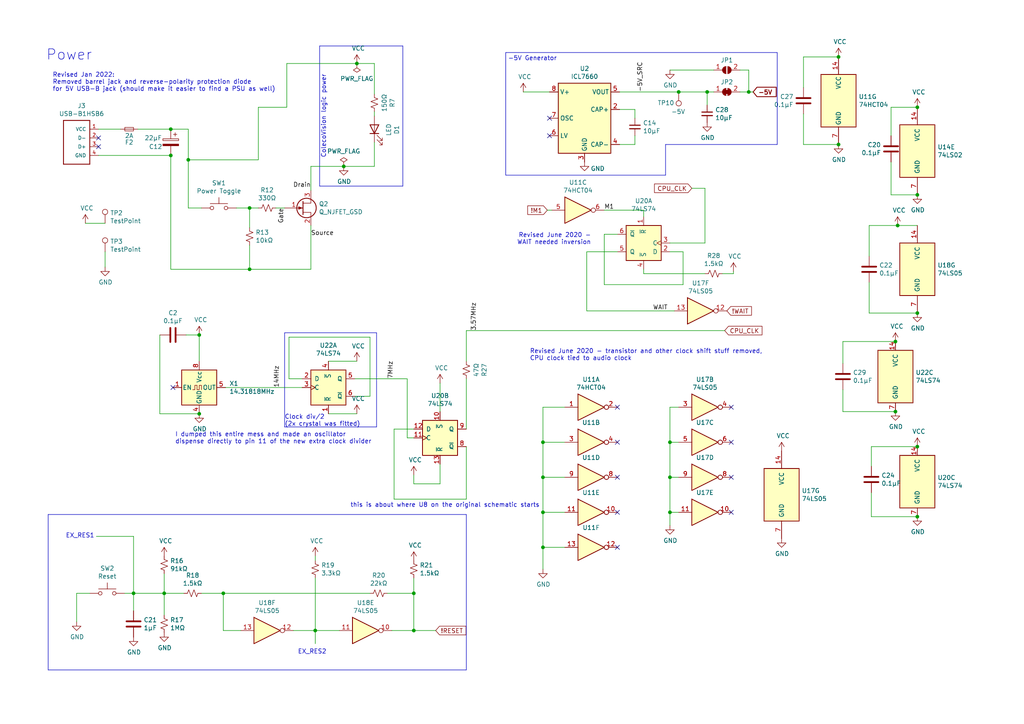
<source format=kicad_sch>
(kicad_sch (version 20230121) (generator eeschema)
  (paper "A4")
  (lib_symbols
    (symbol "74xx:74LS02" (pin_names (offset 1.016))
      (property "Reference" "U" (at 0 1.27 0))
      (property "Value" "74LS02" (at 0 -1.27 0))
      (symbol "74LS02_1_1"
        (pin output inverted (at 7.62 0 180) (length 3.81) (name "~") (number "1"))
        (pin input line (at -7.62 2.54 0) (length 4.318) (name "~") (number "2"))
        (pin input line (at -7.62 -2.54 0) (length 4.318) (name "~") (number "3"))
      )
      (symbol "74LS02_1_2"
        (pin output line (at 7.62 0 180) (length 3.81) (name "~") (number "1"))
        (pin input inverted (at -7.62 2.54 0) (length 3.81) (name "~") (number "2"))
        (pin input inverted (at -7.62 -2.54 0) (length 3.81) (name "~") (number "3"))
      )
      (symbol "74LS02_2_1"
        (pin output inverted (at 7.62 0 180) (length 3.81) (name "~") (number "4"))
        (pin input line (at -7.62 2.54 0) (length 4.318) (name "~") (number "5"))
        (pin input line (at -7.62 -2.54 0) (length 4.318) (name "~") (number "6"))
      )
      (symbol "74LS02_2_2"
        (pin output line (at 7.62 0 180) (length 3.81) (name "~") (number "4"))
        (pin input inverted (at -7.62 2.54 0) (length 3.81) (name "~") (number "5"))
        (pin input inverted (at -7.62 -2.54 0) (length 3.81) (name "~") (number "6"))
      )
      (symbol "74LS02_3_1"
        (pin output inverted (at 7.62 0 180) (length 3.81) (name "~") (number "10"))
        (pin input line (at -7.62 2.54 0) (length 4.318) (name "~") (number "8"))
        (pin input line (at -7.62 -2.54 0) (length 4.318) (name "~") (number "9"))
      )
      (symbol "74LS02_3_2"
        (pin output line (at 7.62 0 180) (length 3.81) (name "~") (number "10"))
        (pin input inverted (at -7.62 2.54 0) (length 3.81) (name "~") (number "8"))
        (pin input inverted (at -7.62 -2.54 0) (length 3.81) (name "~") (number "9"))
      )
      (symbol "74LS02_4_1"
        (pin input line (at -7.62 2.54 0) (length 4.318) (name "~") (number "11"))
        (pin input line (at -7.62 -2.54 0) (length 4.318) (name "~") (number "12"))
        (pin output inverted (at 7.62 0 180) (length 3.81) (name "~") (number "13"))
      )
      (symbol "74LS02_4_2"
        (pin input inverted (at -7.62 2.54 0) (length 3.81) (name "~") (number "11"))
        (pin input inverted (at -7.62 -2.54 0) (length 3.81) (name "~") (number "12"))
        (pin output line (at 7.62 0 180) (length 3.81) (name "~") (number "13"))
      )
      (symbol "74LS02_5_0"
        (pin power_in line (at 0 12.7 270) (length 5.08) (name "VCC") (number "14"))
        (pin power_in line (at 0 -12.7 90) (length 5.08) (name "GND") (number "7"))
      )
    )
    (symbol "74xx:74LS04"
      (property "Reference" "U" (at 0 1.27 0))
      (property "Value" "74LS04" (at 0 -1.27 0))
      (symbol "74LS04_1_0"
        (pin input line (at -7.62 0 0) (length 3.81) (name "~") (number "1"))
        (pin output inverted (at 7.62 0 180) (length 3.81) (name "~") (number "2"))
      )
      (symbol "74LS04_2_0"
        (pin input line (at -7.62 0 0) (length 3.81) (name "~") (number "3"))
        (pin output inverted (at 7.62 0 180) (length 3.81) (name "~") (number "4"))
      )
      (symbol "74LS04_3_0"
        (pin input line (at -7.62 0 0) (length 3.81) (name "~") (number "5"))
        (pin output inverted (at 7.62 0 180) (length 3.81) (name "~") (number "6"))
      )
      (symbol "74LS04_4_0"
        (pin output inverted (at 7.62 0 180) (length 3.81) (name "~") (number "8"))
        (pin input line (at -7.62 0 0) (length 3.81) (name "~") (number "9"))
      )
      (symbol "74LS04_5_0"
        (pin output inverted (at 7.62 0 180) (length 3.81) (name "~") (number "10"))
        (pin input line (at -7.62 0 0) (length 3.81) (name "~") (number "11"))
      )
      (symbol "74LS04_6_0"
        (pin output inverted (at 7.62 0 180) (length 3.81) (name "~") (number "12"))
        (pin input line (at -7.62 0 0) (length 3.81) (name "~") (number "13"))
      )
      (symbol "74LS04_7_0"
        (pin power_in line (at 0 12.7 270) (length 5.08) (name "VCC") (number "14"))
        (pin power_in line (at 0 -12.7 90) (length 5.08) (name "GND") (number "7"))
      )
    )
    (symbol "74xx:74LS05" (pin_names (offset 1.016))
      (property "Reference" "U" (at 0 1.27 0))
      (property "Value" "74LS05" (at 0 -1.27 0))
      (symbol "74LS05_1_0"
        (pin input line (at -7.62 0 0) (length 3.81) (name "~") (number "1"))
        (pin open_collector inverted (at 7.62 0 180) (length 3.81) (name "~") (number "2"))
      )
      (symbol "74LS05_2_0"
        (pin input line (at -7.62 0 0) (length 3.81) (name "~") (number "3"))
        (pin open_collector inverted (at 7.62 0 180) (length 3.81) (name "~") (number "4"))
      )
      (symbol "74LS05_3_0"
        (pin input line (at -7.62 0 0) (length 3.81) (name "~") (number "5"))
        (pin open_collector inverted (at 7.62 0 180) (length 3.81) (name "~") (number "6"))
      )
      (symbol "74LS05_4_0"
        (pin open_collector inverted (at 7.62 0 180) (length 3.81) (name "~") (number "8"))
        (pin input line (at -7.62 0 0) (length 3.81) (name "~") (number "9"))
      )
      (symbol "74LS05_5_0"
        (pin open_collector inverted (at 7.62 0 180) (length 3.81) (name "~") (number "10"))
        (pin input line (at -7.62 0 0) (length 3.81) (name "~") (number "11"))
      )
      (symbol "74LS05_6_0"
        (pin open_collector inverted (at 7.62 0 180) (length 3.81) (name "~") (number "12"))
        (pin input line (at -7.62 0 0) (length 3.81) (name "~") (number "13"))
      )
      (symbol "74LS05_7_0"
        (pin power_in line (at 0 12.7 270) (length 5.08) (name "VCC") (number "14"))
        (pin power_in line (at 0 -12.7 90) (length 5.08) (name "GND") (number "7"))
      )
    )
    (symbol "74xx:74LS74" (pin_names (offset 1.016))
      (property "Reference" "U" (at -7.62 8.89 0))
      (property "Value" "74LS74" (at -7.62 -8.89 0))
      (symbol "74LS74_1_0"
        (pin input line (at 0 -7.62 90) (length 2.54) (name "~{R}") (number "1"))
        (pin input line (at -7.62 2.54 0) (length 2.54) (name "D") (number "2"))
        (pin input clock (at -7.62 0 0) (length 2.54) (name "C") (number "3"))
        (pin input line (at 0 7.62 270) (length 2.54) (name "~{S}") (number "4"))
        (pin output line (at 7.62 2.54 180) (length 2.54) (name "Q") (number "5"))
        (pin output line (at 7.62 -2.54 180) (length 2.54) (name "~{Q}") (number "6"))
      )
      (symbol "74LS74_2_0"
        (pin input line (at 0 7.62 270) (length 2.54) (name "~{S}") (number "10"))
        (pin input clock (at -7.62 0 0) (length 2.54) (name "C") (number "11"))
        (pin input line (at -7.62 2.54 0) (length 2.54) (name "D") (number "12"))
        (pin input line (at 0 -7.62 90) (length 2.54) (name "~{R}") (number "13"))
        (pin output line (at 7.62 -2.54 180) (length 2.54) (name "~{Q}") (number "8"))
        (pin output line (at 7.62 2.54 180) (length 2.54) (name "Q") (number "9"))
      )
      (symbol "74LS74_3_0"
        (pin power_in line (at 0 10.16 270) (length 2.54) (name "VCC") (number "14"))
        (pin power_in line (at 0 -10.16 90) (length 2.54) (name "GND") (number "7"))
      )
    )
    (symbol "Connector:TestPoint" (pin_numbers hide) (pin_names (offset 0.762) hide)
      (property "Reference" "TP" (at 0 6.858 0))
      (property "Value" "TestPoint" (at 0 5.08 0))
      (symbol "TestPoint_1_1"
        (pin passive line (at 0 0 90) (length 2.54) (name "1") (number "1"))
      )
    )
    (symbol "Device:C" (pin_numbers hide) (pin_names (offset 0.254))
      (property "Reference" "C" (at 0.635 2.54 0))
      (property "Value" "C" (at 0.635 -2.54 0))
      (symbol "C_1_1"
        (pin passive line (at 0 3.81 270) (length 2.794) (name "~") (number "1"))
        (pin passive line (at 0 -3.81 90) (length 2.794) (name "~") (number "2"))
      )
    )
    (symbol "Device:CP" (pin_numbers hide) (pin_names (offset 0.254))
      (property "Reference" "C" (at 0.635 2.54 0))
      (property "Value" "Device_CP" (at 0.635 -2.54 0))
      (symbol "CP_1_1"
        (pin passive line (at 0 3.81 270) (length 2.794) (name "~") (number "1"))
        (pin passive line (at 0 -3.81 90) (length 2.794) (name "~") (number "2"))
      )
    )
    (symbol "Device:C_Small" (pin_numbers hide) (pin_names (offset 0.254) hide)
      (property "Reference" "C" (at 0.254 1.778 0))
      (property "Value" "C_Small" (at 0.254 -2.032 0))
      (symbol "C_Small_1_1"
        (pin passive line (at 0 2.54 270) (length 2.032) (name "~") (number "1"))
        (pin passive line (at 0 -2.54 90) (length 2.032) (name "~") (number "2"))
      )
    )
    (symbol "Device:Fuse_Small" (pin_numbers hide) (pin_names (offset 0.254) hide)
      (property "Reference" "F" (at 0 -1.524 0))
      (property "Value" "Fuse_Small" (at 0 1.524 0))
      (symbol "Fuse_Small_1_1"
        (pin passive line (at -2.54 0 0) (length 1.27) (name "~") (number "1"))
        (pin passive line (at 2.54 0 180) (length 1.27) (name "~") (number "2"))
      )
    )
    (symbol "Device:LED" (pin_numbers hide) (pin_names (offset 1.016) hide)
      (property "Reference" "D" (at 0 2.54 0))
      (property "Value" "LED" (at 0 -2.54 0))
      (symbol "LED_1_1"
        (pin passive line (at -3.81 0 0) (length 2.54) (name "K") (number "1"))
        (pin passive line (at 3.81 0 180) (length 2.54) (name "A") (number "2"))
      )
    )
    (symbol "Device:Q_NJFET_GSD" (pin_names (offset 0) hide)
      (property "Reference" "Q" (at 5.08 1.27 0))
      (property "Value" "Q_NJFET_GSD" (at 5.08 -1.27 0))
      (symbol "Q_NJFET_GSD_1_1"
        (pin input line (at -5.08 0 0) (length 5.334) (name "G") (number "1"))
        (pin passive line (at 2.54 -5.08 90) (length 2.54) (name "S") (number "2"))
        (pin passive line (at 2.54 5.08 270) (length 2.54) (name "D") (number "3"))
      )
    )
    (symbol "Device:R_Small_US" (pin_numbers hide) (pin_names (offset 0.254) hide)
      (property "Reference" "R" (at 0.762 0.508 0))
      (property "Value" "R_Small_US" (at 0.762 -1.016 0))
      (symbol "R_Small_US_1_1"
        (pin passive line (at 0 2.54 270) (length 1.016) (name "~") (number "1"))
        (pin passive line (at 0 -2.54 90) (length 1.016) (name "~") (number "2"))
      )
    )
    (symbol "Jumper:SolderJumper_2_Bridged" (pin_names (offset 0) hide)
      (property "Reference" "JP" (at 0 2.032 0))
      (property "Value" "SolderJumper_2_Bridged" (at 0 -2.54 0))
      (symbol "SolderJumper_2_Bridged_1_1"
        (pin passive line (at -3.81 0 0) (length 2.54) (name "A") (number "1"))
        (pin passive line (at 3.81 0 180) (length 2.54) (name "B") (number "2"))
      )
    )
    (symbol "Jumper:SolderJumper_2_Open" (pin_names (offset 0) hide)
      (property "Reference" "JP" (at 0 2.032 0))
      (property "Value" "SolderJumper_2_Open" (at 0 -2.54 0))
      (symbol "SolderJumper_2_Open_1_1"
        (pin passive line (at -3.81 0 0) (length 2.54) (name "A") (number "1"))
        (pin passive line (at 3.81 0 180) (length 2.54) (name "B") (number "2"))
      )
    )
    (symbol "Oscillator:CXO_DIP8" (pin_names (offset 0.254))
      (property "Reference" "X" (at -5.08 6.35 0))
      (property "Value" "CXO_DIP8" (at 1.27 -6.35 0))
      (symbol "CXO_DIP8_1_1"
        (pin input line (at -7.62 0 0) (length 2.54) (name "EN") (number "1"))
        (pin power_in line (at 0 -7.62 90) (length 2.54) (name "GND") (number "4"))
        (pin output line (at 7.62 0 180) (length 2.54) (name "OUT") (number "5"))
        (pin power_in line (at 0 7.62 270) (length 2.54) (name "Vcc") (number "8"))
      )
    )
    (symbol "Regulator_SwitchedCapacitor:ICL7660"
      (property "Reference" "U" (at -6.35 11.43 0))
      (property "Value" "ICL7660" (at 3.81 11.43 0))
      (symbol "ICL7660_1_1"
        (pin no_connect line (at -7.62 5.08 0) (length 2.54) hide (name "NC") (number "1"))
        (pin input line (at 10.16 2.54 180) (length 2.54) (name "CAP+") (number "2"))
        (pin power_in line (at 0 -12.7 90) (length 2.54) (name "GND") (number "3"))
        (pin input line (at 10.16 -7.62 180) (length 2.54) (name "CAP-") (number "4"))
        (pin power_out line (at 10.16 7.62 180) (length 2.54) (name "VOUT") (number "5"))
        (pin input line (at -10.16 -5.08 0) (length 2.54) (name "LV") (number "6"))
        (pin input line (at -10.16 0 0) (length 2.54) (name "OSC") (number "7"))
        (pin power_in line (at -10.16 7.62 0) (length 2.54) (name "V+") (number "8"))
      )
    )
    (symbol "Switch:SW_Push" (pin_numbers hide) (pin_names (offset 1.016) hide)
      (property "Reference" "SW" (at 1.27 2.54 0))
      (property "Value" "SW_Push" (at 0 -1.524 0))
      (symbol "SW_Push_0_1"
        (pin passive line (at -5.08 0 0) (length 2.54) (name "1") (number "1"))
        (pin passive line (at 5.08 0 180) (length 2.54) (name "2") (number "2"))
      )
    )
    (symbol "USB-B1HSB6:USB-B1HSB6" (pin_names (offset 1.016))
      (property "Reference" "X" (at 0 5.08 0))
      (property "Value" "USB-B1HSB6" (at 0 -10.16 0))
      (symbol "USB-B1HSB6_0_0"
        (pin power_in line (at -2.54 2.54 0) (length 2.54) (name "VCC") (number "1"))
        (pin bidirectional line (at -2.54 0 0) (length 2.54) (name "D-") (number "2"))
        (pin bidirectional line (at -2.54 -2.54 0) (length 2.54) (name "D+") (number "3"))
        (pin power_in line (at -2.54 -5.08 0) (length 2.54) (name "GND") (number "4"))
      )
    )
    (symbol "power:GND" (power) (pin_names (offset 0))
      (property "Value" "GND" (at 0 -3.81 0))
      (symbol "GND_1_1"
        (pin power_in line (at 0 0 270) (length 0) hide (name "GND") (number "1"))
      )
    )
    (symbol "power:PWR_FLAG" (power) (pin_numbers hide) (pin_names (offset 0) hide)
      (property "Value" "PWR_FLAG" (at 0 3.81 0))
      (symbol "PWR_FLAG_0_0"
        (pin power_out line (at 0 0 90) (length 0) (name "pwr") (number "1"))
      )
    )
    (symbol "power:VCC" (power) (pin_names (offset 0))
      (property "Value" "VCC" (at 0 3.81 0))
      (symbol "VCC_1_1"
        (pin power_in line (at 0 0 90) (length 0) hide (name "VCC") (number "1"))
      )
    )
  )
  (junction (at 266.065 90.805))
  (junction (at 72.39 78.105))
  (junction (at 217.17 26.67))
  (junction (at 194.31 148.59))
  (junction (at 157.48 158.75))
  (junction (at 157.48 148.59))
  (junction (at 157.48 138.43))
  (junction (at 266.065 56.515))
  (junction (at 120.015 182.88))
  (junction (at 64.77 172.085))
  (junction (at 266.065 149.86))
  (junction (at 194.31 128.27))
  (junction (at 266.065 129.54))
  (junction (at 91.44 182.88))
  (junction (at 57.785 97.155))
  (junction (at 259.715 99.06))
  (junction (at 38.735 172.085))
  (junction (at 157.48 128.27))
  (junction (at 47.625 172.085))
  (junction (at 196.85 26.67))
  (junction (at 99.695 48.26))
  (junction (at 194.31 138.43))
  (junction (at 103.505 18.415))
  (junction (at 72.39 60.325))
  (junction (at 243.205 41.91))
  (junction (at 49.53 45.085))
  (junction (at 120.015 172.085))
  (junction (at 49.53 37.465))
  (junction (at 243.205 16.51))
  (junction (at 266.065 31.115))
  (junction (at 57.785 120.015))
  (junction (at 259.715 119.38))
  (junction (at 260.35 65.405))
  (junction (at 205.105 26.67))
  (junction (at 54.61 46.355))
  (no_connect (at 28.575 40.005))
  (no_connect (at 179.07 158.75))
  (no_connect (at 212.09 138.43))
  (no_connect (at 212.09 148.59))
  (no_connect (at 179.07 138.43))
  (no_connect (at 159.385 39.37))
  (no_connect (at 28.575 42.545))
  (no_connect (at 179.07 118.11))
  (no_connect (at 159.385 34.29))
  (no_connect (at 212.09 128.27))
  (no_connect (at 179.07 128.27))
  (no_connect (at 179.07 148.59))
  (no_connect (at 50.165 112.395))
  (no_connect (at 212.09 118.11))
  (wire (pts (xy 91.44 182.88) (xy 98.425 182.88)))
  (wire (pts (xy 82.55 60.325) (xy 80.01 60.325)))
  (wire (pts (xy 28.575 45.085) (xy 49.53 45.085)))
  (wire (pts (xy 47.625 166.37) (xy 47.625 172.085)))
  (wire (pts (xy 260.35 65.405) (xy 252.095 65.405)))
  (wire (pts (xy 91.44 162.56) (xy 91.44 161.29)))
  (wire (pts (xy 194.31 152.4) (xy 194.31 148.59)))
  (polyline (pts (xy 146.685 50.8) (xy 193.04 50.8)))
  (polyline (pts (xy 13.97 149.225) (xy 13.97 194.31)))
  (wire (pts (xy 30.48 77.47) (xy 30.48 73.025)))
  (wire (pts (xy 214.63 26.67) (xy 217.17 26.67)))
  (wire (pts (xy 58.42 172.085) (xy 64.77 172.085)))
  (wire (pts (xy 24.765 64.77) (xy 30.48 64.77)))
  (wire (pts (xy 204.47 54.61) (xy 204.47 70.485)))
  (wire (pts (xy 184.15 41.91) (xy 179.705 41.91)))
  (wire (pts (xy 205.105 26.67) (xy 207.01 26.67)))
  (wire (pts (xy 198.12 73.025) (xy 198.12 82.55)))
  (wire (pts (xy 186.69 60.96) (xy 175.26 60.96)))
  (wire (pts (xy 120.015 172.085) (xy 120.015 167.64)))
  (wire (pts (xy 38.735 172.085) (xy 47.625 172.085)))
  (wire (pts (xy 184.15 34.29) (xy 184.15 31.75)))
  (wire (pts (xy 135.255 144.78) (xy 135.255 129.54)))
  (wire (pts (xy 74.93 31.115) (xy 83.185 31.115)))
  (wire (pts (xy 157.48 128.27) (xy 157.48 118.11)))
  (wire (pts (xy 47.625 172.085) (xy 53.34 172.085)))
  (polyline (pts (xy 225.425 41.91) (xy 225.425 15.24)))
  (wire (pts (xy 46.355 97.155) (xy 46.355 120.015)))
  (wire (pts (xy 194.31 118.11) (xy 196.85 118.11)))
  (wire (pts (xy 108.585 32.385) (xy 108.585 33.655)))
  (polyline (pts (xy 116.84 13.335) (xy 92.71 13.335)))
  (wire (pts (xy 157.48 118.11) (xy 163.83 118.11)))
  (wire (pts (xy 47.625 178.435) (xy 47.625 172.085)))
  (wire (pts (xy 163.83 128.27) (xy 157.48 128.27)))
  (wire (pts (xy 195.58 90.17) (xy 170.18 90.17)))
  (wire (pts (xy 258.445 56.515) (xy 266.065 56.515)))
  (polyline (pts (xy 193.04 41.91) (xy 225.425 41.91)))
  (wire (pts (xy 209.55 79.375) (xy 212.725 79.375)))
  (wire (pts (xy 57.785 104.775) (xy 57.785 97.155)))
  (wire (pts (xy 38.735 177.165) (xy 38.735 172.085)))
  (polyline (pts (xy 92.71 53.975) (xy 116.84 53.975)))
  (wire (pts (xy 38.735 155.575) (xy 27.94 155.575)))
  (polyline (pts (xy 109.22 123.825) (xy 109.22 96.52)))
  (wire (pts (xy 244.475 119.38) (xy 259.715 119.38)))
  (wire (pts (xy 196.85 26.67) (xy 205.105 26.67)))
  (wire (pts (xy 157.48 158.75) (xy 157.48 148.59)))
  (wire (pts (xy 54.61 46.355) (xy 74.93 46.355)))
  (wire (pts (xy 90.17 65.405) (xy 90.17 78.105)))
  (wire (pts (xy 196.85 148.59) (xy 194.31 148.59)))
  (wire (pts (xy 72.39 60.325) (xy 68.58 60.325)))
  (wire (pts (xy 233.045 41.91) (xy 233.045 33.02)))
  (wire (pts (xy 196.85 138.43) (xy 194.31 138.43)))
  (wire (pts (xy 243.205 41.91) (xy 233.045 41.91)))
  (wire (pts (xy 108.585 41.275) (xy 108.585 48.26)))
  (wire (pts (xy 83.82 109.855) (xy 87.63 109.855)))
  (wire (pts (xy 114.3 144.78) (xy 135.255 144.78)))
  (wire (pts (xy 266.065 129.54) (xy 252.73 129.54)))
  (polyline (pts (xy 82.55 96.52) (xy 82.55 123.825)))
  (wire (pts (xy 65.405 112.395) (xy 87.63 112.395)))
  (wire (pts (xy 49.53 37.465) (xy 54.61 37.465)))
  (wire (pts (xy 118.11 109.855) (xy 118.11 127)))
  (wire (pts (xy 151.765 26.67) (xy 159.385 26.67)))
  (wire (pts (xy 233.045 16.51) (xy 233.045 25.4)))
  (wire (pts (xy 258.445 46.99) (xy 258.445 56.515)))
  (wire (pts (xy 85.09 182.88) (xy 91.44 182.88)))
  (wire (pts (xy 53.975 97.155) (xy 57.785 97.155)))
  (wire (pts (xy 102.87 114.935) (xy 107.315 114.935)))
  (wire (pts (xy 252.73 149.86) (xy 266.065 149.86)))
  (wire (pts (xy 163.83 158.75) (xy 157.48 158.75)))
  (wire (pts (xy 157.48 138.43) (xy 157.48 128.27)))
  (wire (pts (xy 120.015 172.085) (xy 120.015 182.88)))
  (wire (pts (xy 49.53 37.465) (xy 40.005 37.465)))
  (wire (pts (xy 95.25 120.015) (xy 103.505 120.015)))
  (wire (pts (xy 196.85 128.27) (xy 194.31 128.27)))
  (wire (pts (xy 83.185 18.415) (xy 103.505 18.415)))
  (polyline (pts (xy 135.255 194.31) (xy 135.255 149.225)))
  (wire (pts (xy 198.12 82.55) (xy 175.26 82.55)))
  (wire (pts (xy 112.395 172.085) (xy 120.015 172.085)))
  (wire (pts (xy 135.255 95.885) (xy 210.185 95.885)))
  (wire (pts (xy 72.39 78.105) (xy 90.17 78.105)))
  (polyline (pts (xy 82.55 123.825) (xy 109.22 123.825)))
  (wire (pts (xy 118.11 127) (xy 120.015 127)))
  (wire (pts (xy 184.15 31.75) (xy 179.705 31.75)))
  (polyline (pts (xy 225.425 15.24) (xy 146.685 15.24)))
  (wire (pts (xy 157.48 148.59) (xy 157.48 138.43)))
  (wire (pts (xy 252.73 142.875) (xy 252.73 149.86)))
  (wire (pts (xy 244.475 99.06) (xy 244.475 105.41)))
  (wire (pts (xy 135.255 124.46) (xy 135.255 109.855)))
  (wire (pts (xy 186.69 62.865) (xy 186.69 60.96)))
  (wire (pts (xy 160.02 60.96) (xy 158.75 60.96)))
  (wire (pts (xy 64.77 172.085) (xy 107.315 172.085)))
  (wire (pts (xy 217.17 20.32) (xy 217.17 26.67)))
  (wire (pts (xy 72.39 66.04) (xy 72.39 60.325)))
  (wire (pts (xy 26.035 172.085) (xy 22.225 172.085)))
  (wire (pts (xy 99.695 48.26) (xy 108.585 48.26)))
  (wire (pts (xy 266.065 65.405) (xy 260.35 65.405)))
  (wire (pts (xy 163.83 148.59) (xy 157.48 148.59)))
  (wire (pts (xy 179.705 26.67) (xy 196.85 26.67)))
  (wire (pts (xy 74.93 31.115) (xy 74.93 46.355)))
  (wire (pts (xy 194.31 148.59) (xy 194.31 138.43)))
  (wire (pts (xy 194.31 20.32) (xy 207.01 20.32)))
  (wire (pts (xy 120.015 137.795) (xy 120.015 140.335)))
  (wire (pts (xy 252.095 90.805) (xy 266.065 90.805)))
  (wire (pts (xy 179.07 73.025) (xy 170.18 73.025)))
  (wire (pts (xy 212.725 79.375) (xy 212.725 78.74)))
  (wire (pts (xy 204.47 70.485) (xy 194.31 70.485)))
  (wire (pts (xy 252.73 129.54) (xy 252.73 135.255)))
  (polyline (pts (xy 146.685 15.24) (xy 146.685 50.8)))
  (wire (pts (xy 266.065 31.115) (xy 258.445 31.115)))
  (wire (pts (xy 194.31 128.27) (xy 194.31 118.11)))
  (wire (pts (xy 72.39 71.12) (xy 72.39 78.105)))
  (wire (pts (xy 49.53 78.105) (xy 72.39 78.105)))
  (wire (pts (xy 99.695 48.26) (xy 90.17 48.26)))
  (wire (pts (xy 184.15 39.37) (xy 184.15 41.91)))
  (polyline (pts (xy 13.97 194.31) (xy 135.255 194.31)))
  (wire (pts (xy 120.015 140.335) (xy 127.635 140.335)))
  (wire (pts (xy 107.315 114.935) (xy 107.315 97.79)))
  (wire (pts (xy 103.505 104.775) (xy 95.25 104.775)))
  (polyline (pts (xy 193.04 50.8) (xy 193.04 41.91)))
  (wire (pts (xy 243.205 16.51) (xy 233.045 16.51)))
  (wire (pts (xy 163.83 138.43) (xy 157.48 138.43)))
  (wire (pts (xy 194.31 73.025) (xy 198.12 73.025)))
  (wire (pts (xy 83.82 97.79) (xy 83.82 109.855)))
  (wire (pts (xy 157.48 165.1) (xy 157.48 158.75)))
  (wire (pts (xy 200.66 54.61) (xy 204.47 54.61)))
  (wire (pts (xy 258.445 31.115) (xy 258.445 39.37)))
  (wire (pts (xy 217.17 26.67) (xy 218.44 26.67)))
  (wire (pts (xy 186.69 79.375) (xy 186.69 78.105)))
  (polyline (pts (xy 109.22 96.52) (xy 82.55 96.52)))
  (wire (pts (xy 58.42 60.325) (xy 54.61 60.325)))
  (wire (pts (xy 170.18 73.025) (xy 170.18 90.17)))
  (wire (pts (xy 113.665 182.88) (xy 120.015 182.88)))
  (wire (pts (xy 107.315 97.79) (xy 83.82 97.79)))
  (polyline (pts (xy 135.255 149.225) (xy 13.97 149.225)))
  (wire (pts (xy 64.77 182.88) (xy 69.85 182.88)))
  (wire (pts (xy 120.015 182.88) (xy 126.365 182.88)))
  (wire (pts (xy 22.225 172.085) (xy 22.225 180.34)))
  (wire (pts (xy 244.475 113.03) (xy 244.475 119.38)))
  (polyline (pts (xy 92.71 13.335) (xy 92.71 53.975)))
  (wire (pts (xy 34.925 37.465) (xy 28.575 37.465)))
  (wire (pts (xy 120.015 124.46) (xy 114.3 124.46)))
  (wire (pts (xy 175.26 67.945) (xy 179.07 67.945)))
  (wire (pts (xy 108.585 18.415) (xy 108.585 27.305)))
  (polyline (pts (xy 116.84 53.975) (xy 116.84 13.335)))
  (wire (pts (xy 114.3 124.46) (xy 114.3 144.78)))
  (wire (pts (xy 102.87 109.855) (xy 118.11 109.855)))
  (wire (pts (xy 127.635 111.125) (xy 127.635 119.38)))
  (wire (pts (xy 259.715 99.06) (xy 244.475 99.06)))
  (wire (pts (xy 38.735 172.085) (xy 38.735 155.575)))
  (wire (pts (xy 91.44 182.88) (xy 91.44 186.69)))
  (wire (pts (xy 91.44 182.88) (xy 91.44 167.64)))
  (wire (pts (xy 46.355 120.015) (xy 57.785 120.015)))
  (wire (pts (xy 36.195 172.085) (xy 38.735 172.085)))
  (wire (pts (xy 54.61 37.465) (xy 54.61 46.355)))
  (wire (pts (xy 214.63 20.32) (xy 217.17 20.32)))
  (wire (pts (xy 83.185 31.115) (xy 83.185 18.415)))
  (wire (pts (xy 205.105 30.48) (xy 205.105 26.67)))
  (wire (pts (xy 252.095 65.405) (xy 252.095 74.295)))
  (wire (pts (xy 135.255 95.885) (xy 135.255 104.775)))
  (wire (pts (xy 175.26 82.55) (xy 175.26 67.945)))
  (wire (pts (xy 74.93 60.325) (xy 72.39 60.325)))
  (wire (pts (xy 127.635 140.335) (xy 127.635 134.62)))
  (wire (pts (xy 64.77 172.085) (xy 64.77 182.88)))
  (wire (pts (xy 54.61 46.355) (xy 54.61 60.325)))
  (wire (pts (xy 90.17 48.26) (xy 90.17 55.245)))
  (wire (pts (xy 194.31 138.43) (xy 194.31 128.27)))
  (wire (pts (xy 252.095 81.915) (xy 252.095 90.805)))
  (wire (pts (xy 204.47 79.375) (xy 186.69 79.375)))
  (wire (pts (xy 49.53 45.085) (xy 49.53 78.105)))
  (wire (pts (xy 103.505 18.415) (xy 108.585 18.415)))
  (text "Power" (at 13.335 17.78 0) (effects (font (size 2.9972 2.9972)) (justify left bottom)))
  (text "Revised June 2020 -\nWAIT needed inversion" (at 171.45 71.12 0) (effects (font (size 1.27 1.27)) (justify right bottom)))
  (text "ColecoVision logic power" (at 94.615 21.59 90) (effects (font (size 1.27 1.27)) (justify right bottom)))
  (text "I dumped this entire mess and made an oscillator\ndispense directly to pin 11 of the new extra clock divider" (at 50.8 128.905 0) (effects (font (size 1.27 1.27)) (justify left bottom)))
  (text "EX_RES2" (at 86.36 189.865 0) (effects (font (size 1.27 1.27)) (justify left bottom)))
  (text "Revised June 2020 - transistor and other clock shift stuff removed,\nCPU clock tied to audio clock" (at 153.67 104.775 0) (effects (font (size 1.27 1.27)) (justify left bottom)))
  (text "Clock div/2\n(2x crystal was fitted)" (at 82.55 123.825 0) (effects (font (size 1.27 1.27)) (justify left bottom)))
  (text "Revised Jan 2022:\nRemoved barrel jack and reverse-polarity protection diode\nfor 5V USB-B jack (should make it easier to find a PSU as well)" (at 15.24 26.67 0) (effects (font (size 1.27 1.27)) (justify left bottom)))
  (text "EX_RES1" (at 19.05 156.21 0) (effects (font (size 1.27 1.27)) (justify left bottom)))
  (text "this is about where U8 on the original schematic starts\n" (at 101.6 147.32 0) (effects (font (size 1.27 1.27)) (justify left bottom)))
  (text "-5V Generator" (at 147.32 17.78 0) (effects (font (size 1.27 1.27)) (justify left bottom)))
  (label "Source" (at 90.17 68.58 0))
  (label "3.57MHz" (at 138.43 95.885 90))
  (label "-5V_SRC" (at 186.69 26.67 90))
  (label "M1" (at 175.26 60.96 0))
  (label "WAIT" (at 193.675 90.17 180))
  (label "14MHz" (at 81.28 112.395 90))
  (label "Drain" (at 90.17 54.61 180))
  (label "7MHz" (at 114.3 109.855 90))
  (label "Gate" (at 82.55 60.325 270))
  (global_label "!RESET" (shape input) (at 126.365 182.88 0) (property "Intersheetrefs" "${INTERSHEET_REFS}" (effects hide)))
  (global_label "!WAIT" (shape input) (at 210.82 90.17 0) (property "Intersheetrefs" "${INTERSHEET_REFS}" (effects hide)))
  (global_label "CPU_CLK" (shape input) (at 210.185 95.885 0) (property "Intersheetrefs" "${INTERSHEET_REFS}" (effects hide)))
  (global_label "CPU_CLK" (shape input) (at 200.66 54.61 180) (property "Intersheetrefs" "${INTERSHEET_REFS}" (effects hide)))
  (global_label "!M1" (shape input) (at 158.75 60.96 180) (property "Intersheetrefs" "${INTERSHEET_REFS}" (effects hide)))
  (global_label "-5V" (shape input) (at 218.44 26.67 0) (effects (font (thickness 0.254) bold)) (property "Intersheetrefs" "${INTERSHEET_REFS}" (effects hide)))
  (symbol (lib_id "Device:CP") (at 49.53 41.275 0) (mirror y) (unit 1)
    (property "Reference" "C12" (at 43.18 42.545 0) (effects (justify right)))
    (property "Value" "22µF" (at 41.91 40.005 0) (effects (justify right)))
    (property "Footprint" "Capacitors_ThroughHole:CP_Radial_D5.0mm_P2.50mm" (effects hide))
    (property "DigiKey" "493-1037-ND" (effects hide))
  )
  (symbol (lib_id "Switch:SW_Push") (at 63.5 60.325 0) (unit 1)
    (property "Reference" "SW1" (at 63.5 53.086 0))
    (property "Value" "Power Toggle" (at 63.5 55.3974 0))
    (property "Footprint" "LeakyChips:PVA1_Switch" (effects hide))
    (property "Datasheet" "https://www.digikey.ca/product-detail/en/Y17P11141FP/CKN10276-ND/2296958/?itemSeq=317120675" (effects hide))
    (property "DigiKey" "401-1132-ND" (effects hide))
  )
  (symbol (lib_id "power:VCC") (at 103.505 18.415 0) (unit 1)
    (property "Reference" "#PWR030" (effects hide))
    (property "Value" "VCC" (at 103.9368 14.0208 0))
  )
  (symbol (lib_id "Device:LED") (at 108.585 37.465 90) (unit 1)
    (property "Reference" "D1" (at 115.062 37.6428 0))
    (property "Value" "LED" (at 112.7506 37.6428 0))
    (property "Footprint" "LEDs:LED_D3.0mm" (effects hide))
    (property "DigiKey" "1497-1022-ND" (effects hide))
  )
  (symbol (lib_id "Device:R_Small_US") (at 108.585 29.845 180) (unit 1)
    (property "Reference" "R7" (at 113.792 29.845 90))
    (property "Value" "150Ω" (at 111.4806 29.845 90))
    (property "Footprint" "Resistors_SMD:R_0805_HandSoldering" (effects hide))
    (property "DigiKey" "RMCF0805JT150RCT-ND" (effects hide))
  )
  (symbol (lib_id "74xx:74LS02") (at 266.065 43.815 0) (unit 5)
    (property "Reference" "U14" (at 271.907 42.6466 0) (effects (justify left)))
    (property "Value" "74LS02" (at 271.907 44.958 0) (effects (justify left)))
    (property "Footprint" "Housings_SOIC:SOIC-14_3.9x8.7mm_Pitch1.27mm" (effects hide))
    (property "Datasheet" "http://www.ti.com/lit/gpn/sn74ls02" (effects hide))
    (property "DigiKey" "296-14874-1-ND" (effects hide))
  )
  (symbol (lib_id "power:GND") (at 266.065 56.515 0) (unit 1)
    (property "Reference" "#PWR0116" (effects hide))
    (property "Value" "GND" (at 266.192 60.9092 0))
  )
  (symbol (lib_id "power:VCC") (at 266.065 31.115 0) (unit 1)
    (property "Reference" "#PWR0117" (effects hide))
    (property "Value" "VCC" (at 266.4968 26.7208 0))
  )
  (symbol (lib_id "Device:C") (at 258.445 43.18 0) (mirror x) (unit 1)
    (property "Reference" "C20" (at 255.524 42.0116 0) (effects (justify right)))
    (property "Value" "0.1µF" (at 255.524 44.323 0) (effects (justify right)))
    (property "Footprint" "Capacitors_SMD:C_0805_HandSoldering" (effects hide))
    (property "DigiKey" "1276-1099-1-ND" (effects hide))
  )
  (symbol (lib_id "74xx:74LS74") (at 266.065 139.7 0) (unit 3)
    (property "Reference" "U20" (at 271.907 138.5316 0) (effects (justify left)))
    (property "Value" "74LS74" (at 271.907 140.843 0) (effects (justify left)))
    (property "Footprint" "Housings_SOIC:SOIC-14_3.9x8.7mm_Pitch1.27mm" (effects hide))
    (property "Datasheet" "74xx/74hc_hct74.pdf" (effects hide))
    (property "DigiKey" "296-14899-1-ND" (effects hide))
  )
  (symbol (lib_id "Device:C") (at 252.73 139.065 0) (unit 1)
    (property "Reference" "C24" (at 255.651 137.8966 0) (effects (justify left)))
    (property "Value" "0.1µF" (at 255.651 140.208 0) (effects (justify left)))
    (property "Footprint" "Capacitors_SMD:C_0805_HandSoldering" (effects hide))
    (property "DigiKey" "1276-1099-1-ND" (effects hide))
  )
  (symbol (lib_id "Switch:SW_Push") (at 31.115 172.085 0) (unit 1)
    (property "Reference" "SW2" (at 31.115 164.846 0))
    (property "Value" "Reset" (at 31.115 167.1574 0))
    (property "Footprint" "Buttons_Switches_ThroughHole:SW_PUSH_6mm" (effects hide))
    (property "DigiKey" "679-2428-ND" (effects hide))
  )
  (symbol (lib_id "power:GND") (at 22.225 180.34 0) (unit 1)
    (property "Reference" "#PWR0119" (effects hide))
    (property "Value" "GND" (at 22.352 184.7342 0))
  )
  (symbol (lib_id "Device:C") (at 38.735 180.975 0) (unit 1)
    (property "Reference" "C21" (at 41.656 179.8066 0) (effects (justify left)))
    (property "Value" "1µF" (at 41.656 182.118 0) (effects (justify left)))
    (property "Footprint" "Capacitors_SMD:C_0805_HandSoldering" (effects hide))
    (property "DigiKey" "1276-2926-1-ND" (effects hide))
  )
  (symbol (lib_id "power:GND") (at 38.735 184.785 0) (unit 1)
    (property "Reference" "#PWR0120" (effects hide))
    (property "Value" "GND" (at 38.862 189.1792 0))
  )
  (symbol (lib_id "Device:R_Small_US") (at 47.625 180.975 0) (unit 1)
    (property "Reference" "R17" (at 49.3522 179.8066 0) (effects (justify left)))
    (property "Value" "1MΩ" (at 49.3522 182.118 0) (effects (justify left)))
    (property "Footprint" "Resistors_SMD:R_0805_HandSoldering" (effects hide))
    (property "DigiKey" "RMCF0805JT1M00CT-ND" (effects hide))
  )
  (symbol (lib_id "power:GND") (at 47.625 183.515 0) (unit 1)
    (property "Reference" "#PWR0121" (effects hide))
    (property "Value" "GND" (at 47.752 187.9092 0))
  )
  (symbol (lib_id "Device:R_Small_US") (at 47.625 163.83 0) (unit 1)
    (property "Reference" "R16" (at 49.3522 162.6616 0) (effects (justify left)))
    (property "Value" "91kΩ" (at 49.3522 164.973 0) (effects (justify left)))
    (property "Footprint" "Resistors_SMD:R_0805_HandSoldering" (effects hide))
    (property "DigiKey" "RMCF0805JT91K0CT-ND" (effects hide))
  )
  (symbol (lib_id "power:VCC") (at 47.625 161.29 0) (unit 1)
    (property "Reference" "#PWR0122" (effects hide))
    (property "Value" "VCC" (at 48.0568 156.8958 0))
  )
  (symbol (lib_id "Device:R_Small_US") (at 55.88 172.085 270) (unit 1)
    (property "Reference" "R18" (at 55.88 166.878 90))
    (property "Value" "1.5kΩ" (at 55.88 169.1894 90))
    (property "Footprint" "Resistors_SMD:R_0805_HandSoldering" (effects hide))
    (property "DigiKey" "RMCF0805FT1K00CT-ND" (effects hide))
  )
  (symbol (lib_id "74xx:74LS05") (at 77.47 182.88 0) (unit 6)
    (property "Reference" "U18" (at 77.47 174.8282 0))
    (property "Value" "74LS05" (at 77.47 177.1396 0))
    (property "Footprint" "Housings_SOIC:SOIC-14_3.9x8.7mm_Pitch1.27mm" (effects hide))
    (property "Datasheet" "http://www.ti.com/lit/gpn/sn74LS05" (effects hide))
    (property "DigiKey" "296-1630-1-ND" (effects hide))
  )
  (symbol (lib_id "74xx:74LS05") (at 106.045 182.88 0) (unit 5)
    (property "Reference" "U18" (at 106.045 174.8282 0))
    (property "Value" "74LS05" (at 106.045 177.1396 0))
    (property "Footprint" "Housings_SOIC:SOIC-14_3.9x8.7mm_Pitch1.27mm" (effects hide))
    (property "Datasheet" "http://www.ti.com/lit/gpn/sn74LS05" (effects hide))
    (property "DigiKey" "296-1630-1-ND" (effects hide))
  )
  (symbol (lib_id "Device:R_Small_US") (at 91.44 165.1 0) (unit 1)
    (property "Reference" "R19" (at 93.1672 163.9316 0) (effects (justify left)))
    (property "Value" "3.3kΩ" (at 93.1672 166.243 0) (effects (justify left)))
    (property "Footprint" "Resistors_SMD:R_0805_HandSoldering" (effects hide))
    (property "DigiKey" "RMCF0805JT3K30CT-ND" (effects hide))
  )
  (symbol (lib_id "Device:R_Small_US") (at 77.47 60.325 270) (unit 1)
    (property "Reference" "R12" (at 77.47 55.118 90))
    (property "Value" "330Ω" (at 77.47 57.4294 90))
    (property "Footprint" "Resistors_SMD:R_0805_HandSoldering" (effects hide))
    (property "DigiKey" "RMCF0805JT330RCT-ND" (effects hide))
  )
  (symbol (lib_id "power:VCC") (at 91.44 161.29 0) (unit 1)
    (property "Reference" "#PWR0123" (effects hide))
    (property "Value" "VCC" (at 91.8718 156.8958 0))
  )
  (symbol (lib_id "Device:Q_NJFET_GSD") (at 87.63 60.325 0) (unit 1)
    (property "Reference" "Q2" (at 92.4814 59.1566 0) (effects (justify left)))
    (property "Value" "Q_NJFET_GSD" (at 92.4814 61.468 0) (effects (justify left)))
    (property "Footprint" "TO_SOT_Packages_SMD:SOT-23_Handsoldering" (effects hide))
    (property "Datasheet" "https://www.digikey.ca/product-detail/en/diodes-incorporated/DMN6075S-7/DMN6075S-7DICT-ND/5149299" (effects hide))
    (property "DigiKey" "DMN2046U-7DICT-ND" (effects hide))
  )
  (symbol (lib_id "Device:R_Small_US") (at 109.855 172.085 270) (unit 1)
    (property "Reference" "R20" (at 109.855 166.878 90))
    (property "Value" "22kΩ" (at 109.855 169.1894 90))
    (property "Footprint" "Resistors_SMD:R_0805_HandSoldering" (effects hide))
    (property "DigiKey" "RMCF0805JT22K0CT-ND" (effects hide))
  )
  (symbol (lib_id "power:GND") (at 99.695 48.26 0) (unit 1)
    (property "Reference" "#PWR0114" (effects hide))
    (property "Value" "GND" (at 99.822 52.6542 0))
  )
  (symbol (lib_id "Device:R_Small_US") (at 120.015 165.1 0) (unit 1)
    (property "Reference" "R21" (at 121.7422 163.9316 0) (effects (justify left)))
    (property "Value" "1.5kΩ" (at 121.7422 166.243 0) (effects (justify left)))
    (property "Footprint" "Resistors_SMD:R_0805_HandSoldering" (effects hide))
    (property "DigiKey" "RMCF0805FT1K00CT-ND" (effects hide))
  )
  (symbol (lib_id "power:VCC") (at 120.015 162.56 0) (unit 1)
    (property "Reference" "#PWR0124" (effects hide))
    (property "Value" "VCC" (at 120.4468 158.1658 0))
  )
  (symbol (lib_id "Device:Fuse_Small") (at 37.465 37.465 0) (mirror x) (unit 1)
    (property "Reference" "F2" (at 37.465 41.275 0))
    (property "Value" "2A" (at 37.465 39.37 0))
    (property "Footprint" "0251002.MRT1L:0251002.MRT1L" (effects hide))
    (property "Datasheet" "https://www.digikey.ca/product-detail/en/littelfuse-inc/0251002.MRT1L/F3171CT-ND/1984467" (effects hide))
    (property "DigiKey" "F3171CT-ND" (effects hide))
  )
  (symbol (lib_id "74xx:74LS74") (at 127.635 127 0) (unit 2)
    (property "Reference" "U20" (at 127.635 114.7826 0))
    (property "Value" "74LS74" (at 127.635 117.094 0))
    (property "Footprint" "Housings_SOIC:SOIC-14_3.9x8.7mm_Pitch1.27mm" (effects hide))
    (property "Datasheet" "74xx/74hc_hct74.pdf" (effects hide))
    (property "DigiKey" "296-14899-1-ND" (effects hide))
  )
  (symbol (lib_id "74xx:74LS05") (at 266.065 78.105 0) (unit 7)
    (property "Reference" "U18" (at 271.907 76.9366 0) (effects (justify left)))
    (property "Value" "74LS05" (at 271.907 79.248 0) (effects (justify left)))
    (property "Footprint" "Housings_SOIC:SOIC-14_3.9x8.7mm_Pitch1.27mm" (effects hide))
    (property "Datasheet" "http://www.ti.com/lit/gpn/sn74LS05" (effects hide))
    (property "DigiKey" "296-1630-1-ND" (effects hide))
  )
  (symbol (lib_id "power:VCC") (at 127.635 111.125 0) (unit 1)
    (property "Reference" "#PWR0126" (effects hide))
    (property "Value" "VCC" (at 128.0668 106.7308 0))
  )
  (symbol (lib_id "power:VCC") (at 120.015 137.795 0) (unit 1)
    (property "Reference" "#PWR0127" (effects hide))
    (property "Value" "VCC" (at 120.4468 133.4008 0))
  )
  (symbol (lib_id "Device:C") (at 252.095 78.105 0) (unit 1)
    (property "Reference" "C22" (at 255.016 76.9366 0) (effects (justify left)))
    (property "Value" "0.1µF" (at 255.016 79.248 0) (effects (justify left)))
    (property "Footprint" "Capacitors_SMD:C_0805_HandSoldering" (effects hide))
    (property "DigiKey" "1276-1099-1-ND" (effects hide))
  )
  (symbol (lib_id "power:PWR_FLAG") (at 103.505 18.415 0) (mirror x) (unit 1)
    (property "Reference" "#FLG0101" (effects hide))
    (property "Value" "PWR_FLAG" (at 103.505 22.8092 0))
  )
  (symbol (lib_id "Connector:TestPoint") (at 196.85 26.67 180) (unit 1)
    (property "Reference" "TP10" (at 195.58 29.845 0) (effects (justify left)))
    (property "Value" "-5V" (at 198.755 32.385 0) (effects (justify left)))
    (property "Footprint" "TestPoint:TestPoint_Loop_D1.80mm_Drill1.0mm_Beaded" (effects hide))
  )
  (symbol (lib_id "power:VCC") (at 266.065 129.54 0) (unit 1)
    (property "Reference" "#PWR0147" (effects hide))
    (property "Value" "VCC" (at 266.4968 125.1458 0))
  )
  (symbol (lib_id "power:GND") (at 266.065 149.86 0) (unit 1)
    (property "Reference" "#PWR0148" (effects hide))
    (property "Value" "GND" (at 266.192 154.2542 0))
  )
  (symbol (lib_id "power:GND") (at 259.715 119.38 0) (unit 1)
    (property "Reference" "#PWR0150" (effects hide))
    (property "Value" "GND" (at 259.842 123.7742 0))
  )
  (symbol (lib_id "power:VCC") (at 259.715 99.06 0) (unit 1)
    (property "Reference" "#PWR0151" (effects hide))
    (property "Value" "VCC" (at 260.1468 94.6658 0))
  )
  (symbol (lib_id "power:GND") (at 266.065 90.805 0) (unit 1)
    (property "Reference" "#PWR0155" (effects hide))
    (property "Value" "GND" (at 266.192 95.1992 0))
  )
  (symbol (lib_id "Device:R_Small_US") (at 72.39 68.58 0) (unit 1)
    (property "Reference" "R13" (at 74.1172 67.4116 0) (effects (justify left)))
    (property "Value" "10kΩ" (at 74.1172 69.723 0) (effects (justify left)))
    (property "Footprint" "Resistors_SMD:R_0805_HandSoldering" (effects hide))
    (property "DigiKey" "RMCF0805JT10K0CT-ND" (effects hide))
  )
  (symbol (lib_id "power:VCC") (at 260.35 65.405 0) (unit 1)
    (property "Reference" "#PWR0156" (effects hide))
    (property "Value" "VCC" (at 260.7818 61.0108 0))
  )
  (symbol (lib_id "power:GND") (at 57.785 120.015 0) (unit 1)
    (property "Reference" "#PWR0157" (effects hide))
    (property "Value" "GND" (at 57.912 124.4092 0))
  )
  (symbol (lib_id "power:PWR_FLAG") (at 99.695 48.26 0) (unit 1)
    (property "Reference" "#FLG0102" (effects hide))
    (property "Value" "PWR_FLAG" (at 99.695 43.8658 0))
  )
  (symbol (lib_id "74xx:74LS74") (at 95.25 112.395 0) (unit 1)
    (property "Reference" "U22" (at 95.25 100.1776 0))
    (property "Value" "74LS74" (at 95.25 102.489 0))
    (property "Footprint" "Housings_SOIC:SOIC-14_3.9x8.7mm_Pitch1.27mm" (effects hide))
    (property "Datasheet" "74xx/74hc_hct74.pdf" (effects hide))
    (property "DigiKey" "296-14899-1-ND" (effects hide))
  )
  (symbol (lib_id "Device:R_Small_US") (at 135.255 107.315 180) (unit 1)
    (property "Reference" "R27" (at 140.462 107.315 90))
    (property "Value" "47Ω" (at 138.1506 107.315 90))
    (property "Footprint" "Resistors_SMD:R_0805_HandSoldering" (effects hide))
    (property "DigiKey" "RMCF0805JT47R0CT-ND\r" (effects hide))
  )
  (symbol (lib_id "power:VCC") (at 103.505 120.015 0) (unit 1)
    (property "Reference" "#PWR0131" (effects hide))
    (property "Value" "VCC" (at 103.9368 115.6208 0))
  )
  (symbol (lib_id "power:VCC") (at 103.505 104.775 0) (unit 1)
    (property "Reference" "#PWR0132" (effects hide))
    (property "Value" "VCC" (at 103.9368 100.3808 0))
  )
  (symbol (lib_id "74xx:74LS74") (at 259.715 109.22 0) (unit 3)
    (property "Reference" "U22" (at 265.557 108.0516 0) (effects (justify left)))
    (property "Value" "74LS74" (at 265.557 110.363 0) (effects (justify left)))
    (property "Footprint" "Housings_SOIC:SOIC-14_3.9x8.7mm_Pitch1.27mm" (effects hide))
    (property "Datasheet" "74xx/74hc_hct74.pdf" (effects hide))
    (property "DigiKey" "296-14899-1-ND" (effects hide))
  )
  (symbol (lib_id "Device:C") (at 244.475 109.22 0) (unit 1)
    (property "Reference" "C29" (at 247.396 108.0516 0) (effects (justify left)))
    (property "Value" "0.1µF" (at 247.396 110.363 0) (effects (justify left)))
    (property "Footprint" "Capacitors_SMD:C_0805_HandSoldering" (effects hide))
    (property "DigiKey" "1276-1099-1-ND" (effects hide))
  )
  (symbol (lib_id "74xx:74LS04") (at 167.64 60.96 0) (unit 3)
    (property "Reference" "U11" (at 167.64 52.9082 0))
    (property "Value" "74HCT04" (at 167.64 55.2196 0))
    (property "Footprint" "Housings_SOIC:SOIC-14_3.9x8.7mm_Pitch1.27mm" (effects hide))
    (property "Datasheet" "http://www.ti.com/lit/gpn/sn74LS04" (effects hide))
    (property "DigiKey" "296-31832-1-ND" (effects hide))
  )
  (symbol (lib_id "74xx:74LS74") (at 186.69 70.485 180) (unit 1)
    (property "Reference" "U20" (at 186.69 58.2676 0))
    (property "Value" "74LS74" (at 186.69 60.579 0))
    (property "Footprint" "Housings_SOIC:SOIC-14_3.9x8.7mm_Pitch1.27mm" (effects hide))
    (property "Datasheet" "74xx/74hc_hct74.pdf" (effects hide))
    (property "DigiKey" "296-14899-1-ND" (effects hide))
  )
  (symbol (lib_id "Device:R_Small_US") (at 207.01 79.375 270) (unit 1)
    (property "Reference" "R28" (at 207.01 74.168 90))
    (property "Value" "1.5kΩ" (at 207.01 76.4794 90))
    (property "Footprint" "Resistors_SMD:R_0805_HandSoldering" (effects hide))
    (property "DigiKey" "RMCF0805FT1K00CT-ND" (effects hide))
  )
  (symbol (lib_id "power:VCC") (at 212.725 78.74 0) (unit 1)
    (property "Reference" "#PWR0129" (effects hide))
    (property "Value" "VCC" (at 213.1568 74.3458 0))
  )
  (symbol (lib_id "Oscillator:CXO_DIP8") (at 57.785 112.395 0) (unit 1)
    (property "Reference" "X1" (at 66.5226 111.2266 0) (effects (justify left)))
    (property "Value" "14.31818MHz" (at 66.5226 113.538 0) (effects (justify left)))
    (property "Footprint" "Oscillators:Oscillator_DIP-8_LargePads" (effects hide))
    (property "Datasheet" "https://www.digikey.ca/product-detail/en/abracon-llc/ACH-14.31818MHZ-EK/535-9170-5-ND/675365" (effects hide))
    (property "DigiKey" "535-9170-5-ND" (effects hide))
  )
  (symbol (lib_id "power:VCC") (at 57.785 97.155 0) (unit 1)
    (property "Reference" "#PWR0133" (effects hide))
    (property "Value" "VCC" (at 58.2168 92.7608 0))
  )
  (symbol (lib_id "Device:C") (at 50.165 97.155 270) (unit 1)
    (property "Reference" "C2" (at 50.165 90.7542 90))
    (property "Value" "0.1µF" (at 50.165 93.0656 90))
    (property "Footprint" "Capacitors_SMD:C_0805_HandSoldering" (effects hide))
    (property "DigiKey" "1276-1099-1-ND" (effects hide))
  )
  (symbol (lib_id "74xx:74LS05") (at 226.695 143.51 0) (unit 7)
    (property "Reference" "U17" (at 232.537 142.3416 0) (effects (justify left)))
    (property "Value" "74LS05" (at 232.537 144.653 0) (effects (justify left)))
    (property "Datasheet" "http://www.ti.com/lit/gpn/sn74LS05" (effects hide))
    (property "DigiKey" "296-1630-1-ND" (effects hide))
  )
  (symbol (lib_id "power:VCC") (at 226.695 130.81 0) (unit 1)
    (property "Reference" "#PWR0152" (effects hide))
    (property "Value" "VCC" (at 227.1268 126.4158 0))
  )
  (symbol (lib_id "power:GND") (at 226.695 156.21 0) (unit 1)
    (property "Reference" "#PWR0153" (effects hide))
    (property "Value" "GND" (at 226.822 160.6042 0))
  )
  (symbol (lib_id "74xx:74LS04") (at 243.205 29.21 0) (unit 7)
    (property "Reference" "U11" (at 249.047 28.0416 0) (effects (justify left)))
    (property "Value" "74HCT04" (at 249.047 30.353 0) (effects (justify left)))
    (property "Footprint" "Housings_SOIC:SOIC-14_3.9x8.7mm_Pitch1.27mm" (effects hide))
    (property "Datasheet" "http://www.ti.com/lit/gpn/sn74LS04" (effects hide))
    (property "DigiKey" "296-31832-1-ND" (effects hide))
  )
  (symbol (lib_id "power:VCC") (at 243.205 16.51 0) (unit 1)
    (property "Reference" "#PWR0130" (effects hide))
    (property "Value" "VCC" (at 243.6368 12.1158 0))
  )
  (symbol (lib_id "power:GND") (at 243.205 41.91 0) (unit 1)
    (property "Reference" "#PWR0149" (effects hide))
    (property "Value" "GND" (at 243.332 46.3042 0))
  )
  (symbol (lib_id "Device:C") (at 233.045 29.21 0) (mirror x) (unit 1)
    (property "Reference" "C27" (at 230.1494 28.0416 0) (effects (justify right)))
    (property "Value" "0.1µF" (at 230.1494 30.353 0) (effects (justify right)))
    (property "Footprint" "Capacitors_SMD:C_0805_HandSoldering" (effects hide))
    (property "DigiKey" "1276-1099-1-ND" (effects hide))
  )
  (symbol (lib_id "Connector:TestPoint") (at 30.48 64.77 0) (unit 1)
    (property "Reference" "TP2" (at 31.9532 61.7728 0) (effects (justify left)))
    (property "Value" "TestPoint" (at 31.9532 64.0842 0) (effects (justify left)))
    (property "Footprint" "Measurement_Points:Measurement_Point_Round-TH_Small" (effects hide))
  )
  (symbol (lib_id "Connector:TestPoint") (at 30.48 73.025 0) (unit 1)
    (property "Reference" "TP3" (at 31.9532 70.0278 0) (effects (justify left)))
    (property "Value" "TestPoint" (at 31.9532 72.3392 0) (effects (justify left)))
    (property "Footprint" "Measurement_Points:Measurement_Point_Round-TH_Small" (effects hide))
  )
  (symbol (lib_id "power:VCC") (at 24.765 64.77 0) (unit 1)
    (property "Reference" "#PWR0160" (effects hide))
    (property "Value" "VCC" (at 25.1968 60.3758 0))
  )
  (symbol (lib_id "power:GND") (at 30.48 77.47 0) (unit 1)
    (property "Reference" "#PWR0161" (effects hide))
    (property "Value" "GND" (at 30.607 81.8642 0))
  )
  (symbol (lib_id "74xx:74LS05") (at 203.2 90.17 0) (unit 6)
    (property "Reference" "U17" (at 203.2 82.1182 0))
    (property "Value" "74LS05" (at 203.2 84.4296 0))
    (property "Datasheet" "http://www.ti.com/lit/gpn/sn74LS05" (effects hide))
    (property "DigiKey" "296-1630-1-ND" (effects hide))
  )
  (symbol (lib_id "Regulator_SwitchedCapacitor:ICL7660") (at 169.545 34.29 0) (unit 1)
    (property "Reference" "U2" (at 169.545 19.8882 0))
    (property "Value" "ICL7660" (at 169.545 22.1996 0))
    (property "Footprint" "Package_SO:SOIC-8_3.9x4.9mm_P1.27mm" (effects hide))
    (property "Datasheet" "http://datasheets.maximintegrated.com/en/ds/ICL7660-MAX1044.pdf" (effects hide))
    (property "DigiKey" "ICL7660CSA+TCT-ND" (effects hide))
  )
  (symbol (lib_id "Device:C_Small") (at 184.15 36.83 0) (unit 1)
    (property "Reference" "C14" (at 186.4868 35.6616 0) (effects (justify left)))
    (property "Value" "10µF" (at 186.4868 37.973 0) (effects (justify left)))
    (property "Footprint" "Capacitor_SMD:C_0805_2012Metric_Pad1.15x1.40mm_HandSolder" (effects hide))
    (property "DigiKey" "1276-1298-1-ND" (effects hide))
  )
  (symbol (lib_id "power:VCC") (at 151.765 26.67 0) (unit 1)
    (property "Reference" "#PWR01" (effects hide))
    (property "Value" "VCC" (at 152.1968 22.2758 0))
  )
  (symbol (lib_id "Device:C_Small") (at 205.105 33.02 0) (unit 1)
    (property "Reference" "C28" (at 207.4418 31.8516 0) (effects (justify left)))
    (property "Value" "10µF" (at 207.4418 34.163 0) (effects (justify left)))
    (property "Footprint" "Capacitor_SMD:C_0805_2012Metric_Pad1.15x1.40mm_HandSolder" (effects hide))
    (property "DigiKey" "1276-1298-1-ND" (effects hide))
  )
  (symbol (lib_id "power:GND") (at 205.105 35.56 0) (unit 1)
    (property "Reference" "#PWR04" (effects hide))
    (property "Value" "GND" (at 205.232 39.9542 0))
  )
  (symbol (lib_id "power:GND") (at 169.545 46.99 0) (unit 1)
    (property "Reference" "#PWR03" (effects hide))
    (property "Value" "GND" (at 173.355 48.895 0))
  )
  (symbol (lib_id "74xx:74LS05") (at 204.47 118.11 0) (unit 2)
    (property "Reference" "U17" (at 204.47 110.0582 0))
    (property "Value" "74LS05" (at 204.47 112.3696 0))
    (property "Datasheet" "http://www.ti.com/lit/gpn/sn74LS05" (effects hide))
    (property "DigiKey" "296-1630-1-ND" (effects hide))
  )
  (symbol (lib_id "USB-B1HSB6:USB-B1HSB6") (at 26.035 40.005 0) (mirror y) (unit 1)
    (property "Reference" "J3" (at 23.6728 30.6832 0))
    (property "Value" "USB-B1HSB6" (at 23.6728 32.9946 0))
    (property "Footprint" "OST_USB-B1HSB6" (effects hide))
    (property "MANUFACTURER" "ON-SHORE TECHNOLOGY" (effects hide))
    (property "DigiKey" "ED2982-ND" (effects hide))
  )
  (symbol (lib_id "74xx:74LS05") (at 204.47 128.27 0) (unit 3)
    (property "Reference" "U17" (at 204.47 122.555 0))
    (property "Value" "74LS05" (effects hide))
    (property "Datasheet" "http://www.ti.com/lit/gpn/sn74LS05" (effects hide))
    (property "DigiKey" "296-1630-1-ND" (effects hide))
  )
  (symbol (lib_id "74xx:74LS05") (at 204.47 138.43 0) (unit 4)
    (property "Reference" "U17" (at 204.47 132.715 0))
    (property "Value" "74LS05" (effects hide))
    (property "Datasheet" "http://www.ti.com/lit/gpn/sn74LS05" (effects hide))
    (property "DigiKey" "296-1630-1-ND" (effects hide))
  )
  (symbol (lib_id "74xx:74LS05") (at 204.47 148.59 0) (unit 5)
    (property "Reference" "U17" (at 204.47 142.875 0))
    (property "Value" "74LS05" (effects hide))
    (property "Datasheet" "http://www.ti.com/lit/gpn/sn74LS05" (effects hide))
    (property "DigiKey" "296-1630-1-ND" (effects hide))
  )
  (symbol (lib_id "power:GND") (at 194.31 152.4 0) (unit 1)
    (property "Reference" "#PWR0134" (effects hide))
    (property "Value" "GND" (at 194.437 156.7942 0))
  )
  (symbol (lib_id "74xx:74LS04") (at 171.45 118.11 0) (unit 1)
    (property "Reference" "U11" (at 171.45 110.0582 0))
    (property "Value" "74HCT04" (at 171.45 112.3696 0))
    (property "Footprint" "Housings_SOIC:SOIC-14_3.9x8.7mm_Pitch1.27mm" (effects hide))
    (property "Datasheet" "http://www.ti.com/lit/gpn/sn74LS04" (effects hide))
    (property "DigiKey" "296-31832-1-ND" (effects hide))
  )
  (symbol (lib_id "74xx:74LS04") (at 171.45 128.27 0) (unit 2)
    (property "Reference" "U11" (at 171.45 122.555 0))
    (property "Value" "74HCT04" (effects hide))
    (property "Footprint" "Housings_SOIC:SOIC-14_3.9x8.7mm_Pitch1.27mm" (effects hide))
    (property "Datasheet" "http://www.ti.com/lit/gpn/sn74LS04" (effects hide))
    (property "DigiKey" "296-31832-1-ND" (effects hide))
  )
  (symbol (lib_id "74xx:74LS04") (at 171.45 138.43 0) (unit 4)
    (property "Reference" "U11" (at 171.45 132.715 0))
    (property "Value" "74HCT04" (effects hide))
    (property "Footprint" "Housings_SOIC:SOIC-14_3.9x8.7mm_Pitch1.27mm" (effects hide))
    (property "Datasheet" "http://www.ti.com/lit/gpn/sn74LS04" (effects hide))
    (property "DigiKey" "296-31832-1-ND" (effects hide))
  )
  (symbol (lib_id "74xx:74LS04") (at 171.45 148.59 0) (unit 5)
    (property "Reference" "U11" (at 171.45 142.875 0))
    (property "Value" "74HCT04" (effects hide))
    (property "Footprint" "Housings_SOIC:SOIC-14_3.9x8.7mm_Pitch1.27mm" (effects hide))
    (property "Datasheet" "http://www.ti.com/lit/gpn/sn74LS04" (effects hide))
    (property "DigiKey" "296-31832-1-ND" (effects hide))
  )
  (symbol (lib_id "74xx:74LS04") (at 171.45 158.75 0) (unit 6)
    (property "Reference" "U11" (at 171.45 153.035 0))
    (property "Value" "74HCT04" (effects hide))
    (property "Footprint" "Housings_SOIC:SOIC-14_3.9x8.7mm_Pitch1.27mm" (effects hide))
    (property "Datasheet" "http://www.ti.com/lit/gpn/sn74LS04" (effects hide))
    (property "DigiKey" "296-31832-1-ND" (effects hide))
  )
  (symbol (lib_id "power:GND") (at 157.48 165.1 0) (unit 1)
    (property "Reference" "#PWR0144" (effects hide))
    (property "Value" "GND" (at 157.607 169.4942 0))
  )
  (symbol (lib_id "Jumper:SolderJumper_2_Bridged") (at 210.82 26.67 0) (unit 1)
    (property "Reference" "JP2" (at 210.82 23.7998 0))
    (property "Value" "SolderJumper_2_Bridged" (effects hide))
    (property "Footprint" "Jumper:SolderJumper-2_P1.3mm_Bridged_Pad1.0x1.5mm" (effects hide))
  )
  (symbol (lib_id "Jumper:SolderJumper_2_Open") (at 210.82 20.32 0) (unit 1)
    (property "Reference" "JP1" (at 210.82 17.4498 0))
    (property "Value" "SolderJumper_2_Open" (effects hide))
    (property "Footprint" "Jumper:SolderJumper-2_P1.3mm_Open_Pad1.0x1.5mm" (effects hide))
  )
  (symbol (lib_id "power:GND") (at 194.31 20.32 0) (unit 1)
    (property "Reference" "#PWR05" (effects hide))
    (property "Value" "GND" (at 194.437 24.7142 0))
  )
)
</source>
